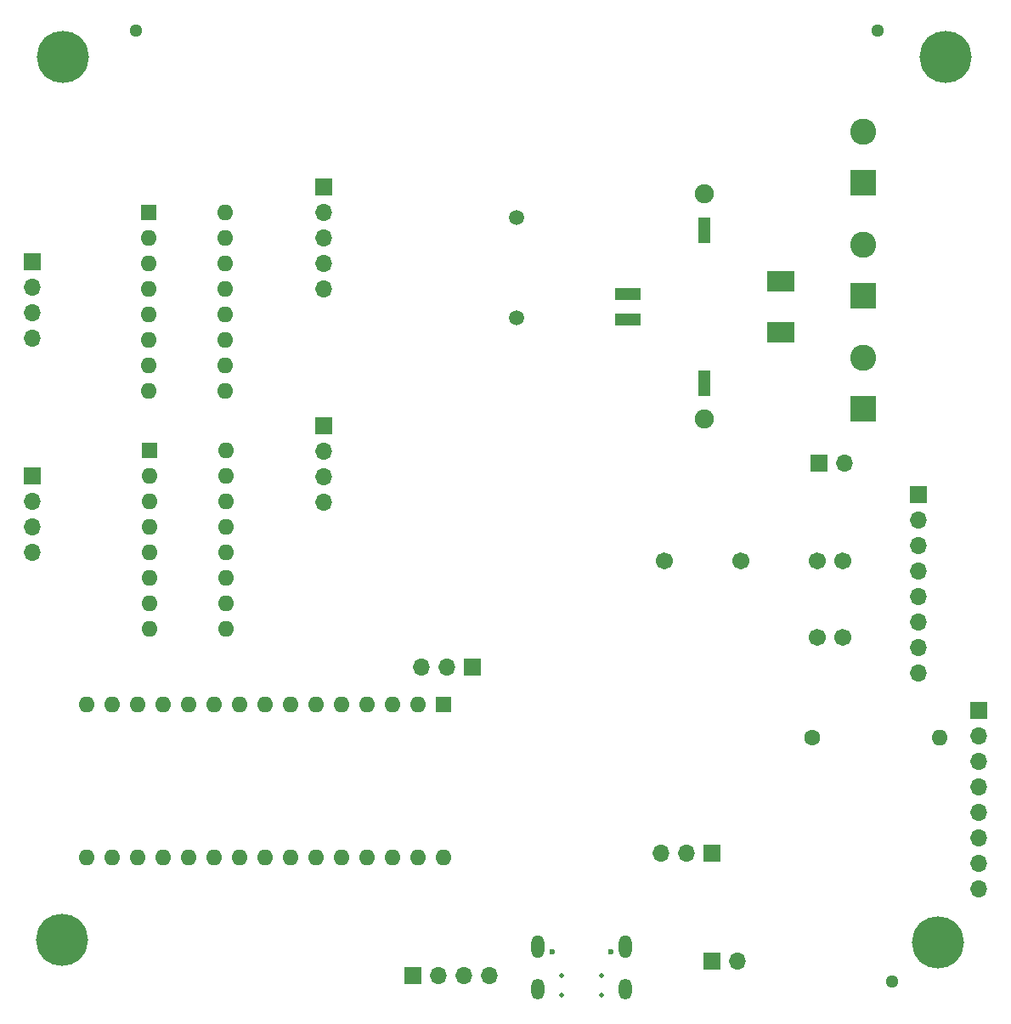
<source format=gbs>
G04 #@! TF.GenerationSoftware,KiCad,Pcbnew,8.0.8*
G04 #@! TF.CreationDate,2026-01-14T14:22:45+11:00*
G04 #@! TF.ProjectId,robotv1,726f626f-7476-4312-9e6b-696361645f70,2*
G04 #@! TF.SameCoordinates,Original*
G04 #@! TF.FileFunction,Soldermask,Bot*
G04 #@! TF.FilePolarity,Negative*
%FSLAX46Y46*%
G04 Gerber Fmt 4.6, Leading zero omitted, Abs format (unit mm)*
G04 Created by KiCad (PCBNEW 8.0.8) date 2026-01-14 14:22:45*
%MOMM*%
%LPD*%
G01*
G04 APERTURE LIST*
%ADD10R,1.700000X1.700000*%
%ADD11O,1.700000X1.700000*%
%ADD12C,0.600000*%
%ADD13O,1.300000X2.300000*%
%ADD14O,1.300000X2.100000*%
%ADD15C,0.500000*%
%ADD16C,1.296000*%
%ADD17R,1.600000X1.600000*%
%ADD18O,1.600000X1.600000*%
%ADD19C,1.512000*%
%ADD20R,2.600000X2.600000*%
%ADD21C,2.600000*%
%ADD22C,5.200000*%
%ADD23C,1.905000*%
%ADD24R,2.794000X2.032000*%
%ADD25R,2.540000X1.270000*%
%ADD26R,1.270000X2.540000*%
%ADD27C,1.600000*%
%ADD28C,1.701800*%
G04 APERTURE END LIST*
D10*
G04 #@! TO.C,J7*
X32695000Y58630000D03*
D11*
X32695000Y56090000D03*
X32695000Y53550000D03*
X32695000Y51010000D03*
G04 #@! TD*
D12*
G04 #@! TO.C,J10*
X55480000Y6190000D03*
X61260000Y6190000D03*
D13*
X54040000Y6710000D03*
D14*
X54040000Y2510000D03*
D15*
X56370000Y3890000D03*
X56370000Y1890000D03*
X60370000Y3890000D03*
X60370000Y1890000D03*
D13*
X62700000Y6710000D03*
D14*
X62700000Y2510000D03*
G04 #@! TD*
D16*
G04 #@! TO.C,H3*
X87845000Y98000000D03*
G04 #@! TD*
D10*
G04 #@! TO.C,J9*
X71395000Y16040000D03*
D11*
X68855000Y16040000D03*
X66315000Y16040000D03*
G04 #@! TD*
D10*
G04 #@! TO.C,J2*
X91945000Y51815000D03*
D11*
X91945000Y49275000D03*
X91945000Y46735000D03*
X91945000Y44195000D03*
X91945000Y41655000D03*
X91945000Y39115000D03*
X91945000Y36575000D03*
X91945000Y34035000D03*
G04 #@! TD*
D10*
G04 #@! TO.C,J5*
X3655000Y53680000D03*
D11*
X3655000Y51140000D03*
X3655000Y48600000D03*
X3655000Y46060000D03*
G04 #@! TD*
D10*
G04 #@! TO.C,J6*
X32695000Y82450000D03*
D11*
X32695000Y79910000D03*
X32695000Y77370000D03*
X32695000Y74830000D03*
X32695000Y72290000D03*
G04 #@! TD*
D17*
G04 #@! TO.C,U2*
X15185000Y79920000D03*
D18*
X15185000Y77380000D03*
X15185000Y74840000D03*
X15185000Y72300000D03*
X15185000Y69760000D03*
X15185000Y67220000D03*
X15185000Y64680000D03*
X15185000Y62140000D03*
X22805000Y62140000D03*
X22805000Y64680000D03*
X22805000Y67220000D03*
X22805000Y69760000D03*
X22805000Y72300000D03*
X22805000Y74840000D03*
X22805000Y77380000D03*
X22805000Y79920000D03*
G04 #@! TD*
D16*
G04 #@! TO.C,H2*
X89320000Y3290000D03*
G04 #@! TD*
D10*
G04 #@! TO.C,J8*
X47475000Y34590000D03*
D11*
X44935000Y34590000D03*
X42395000Y34590000D03*
G04 #@! TD*
D19*
G04 #@! TO.C,S1*
X51845000Y79390000D03*
X51845000Y69390000D03*
G04 #@! TD*
D10*
G04 #@! TO.C,J14*
X97950000Y30265000D03*
D11*
X97950000Y27725000D03*
X97950000Y25185000D03*
X97950000Y22645000D03*
X97950000Y20105000D03*
X97950000Y17565000D03*
X97950000Y15025000D03*
X97950000Y12485000D03*
G04 #@! TD*
D16*
G04 #@! TO.C,H1*
X13970000Y98000000D03*
G04 #@! TD*
D20*
G04 #@! TO.C,J11*
X86400000Y82845000D03*
D21*
X86400000Y87925000D03*
G04 #@! TD*
D17*
G04 #@! TO.C,U3*
X15285000Y56140000D03*
D18*
X15285000Y53600000D03*
X15285000Y51060000D03*
X15285000Y48520000D03*
X15285000Y45980000D03*
X15285000Y43440000D03*
X15285000Y40900000D03*
X15285000Y38360000D03*
X22905000Y38360000D03*
X22905000Y40900000D03*
X22905000Y43440000D03*
X22905000Y45980000D03*
X22905000Y48520000D03*
X22905000Y51060000D03*
X22905000Y53600000D03*
X22905000Y56140000D03*
G04 #@! TD*
D12*
G04 #@! TO.C,H5*
X91875000Y7150000D03*
X92465000Y8560000D03*
X92465000Y5740000D03*
X93875000Y9150000D03*
D22*
X93875000Y7150000D03*
D12*
X93875000Y5150000D03*
X95285000Y8560000D03*
X95285000Y5740000D03*
X95875000Y7150000D03*
G04 #@! TD*
D17*
G04 #@! TO.C,A1*
X44635000Y30890000D03*
D18*
X42095000Y30890000D03*
X39555000Y30890000D03*
X37015000Y30890000D03*
X34475000Y30890000D03*
X31935000Y30890000D03*
X29395000Y30890000D03*
X26855000Y30890000D03*
X24315000Y30890000D03*
X21775000Y30890000D03*
X19235000Y30890000D03*
X16695000Y30890000D03*
X14155000Y30890000D03*
X11615000Y30890000D03*
X9075000Y30890000D03*
X9075000Y15650000D03*
X11615000Y15650000D03*
X14155000Y15650000D03*
X16695000Y15650000D03*
X19235000Y15650000D03*
X21775000Y15650000D03*
X24315000Y15650000D03*
X26855000Y15650000D03*
X29395000Y15650000D03*
X31935000Y15650000D03*
X34475000Y15650000D03*
X37015000Y15650000D03*
X39555000Y15650000D03*
X42095000Y15650000D03*
X44635000Y15650000D03*
G04 #@! TD*
D10*
G04 #@! TO.C,J1*
X3655000Y74970000D03*
D11*
X3655000Y72430000D03*
X3655000Y69890000D03*
X3655000Y67350000D03*
G04 #@! TD*
D20*
G04 #@! TO.C,J12*
X86400000Y71595000D03*
D21*
X86400000Y76675000D03*
G04 #@! TD*
D12*
G04 #@! TO.C,H6*
X92605000Y95400000D03*
X93195000Y96810000D03*
X93195000Y93990000D03*
X94605000Y97400000D03*
D22*
X94605000Y95400000D03*
D12*
X94605000Y93400000D03*
X96015000Y96810000D03*
X96015000Y93990000D03*
X96605000Y95400000D03*
G04 #@! TD*
G04 #@! TO.C,H7*
X4655000Y95375000D03*
X5245000Y96785000D03*
X5245000Y93965000D03*
X6655000Y97375000D03*
D22*
X6655000Y95375000D03*
D12*
X6655000Y93375000D03*
X8065000Y96785000D03*
X8065000Y93965000D03*
X8655000Y95375000D03*
G04 #@! TD*
D23*
G04 #@! TO.C,F1*
X70595000Y81770000D03*
X70595000Y59270000D03*
D24*
X78215000Y67980000D03*
X78215000Y73060000D03*
D25*
X62975000Y69250000D03*
X62975000Y71790000D03*
D26*
X70595000Y62900000D03*
X70595000Y78140000D03*
G04 #@! TD*
D27*
G04 #@! TO.C,R6*
X81325000Y27560000D03*
D18*
X94025000Y27560000D03*
G04 #@! TD*
D12*
G04 #@! TO.C,H4*
X4595000Y7390000D03*
X5185000Y8800000D03*
X5185000Y5980000D03*
X6595000Y9390000D03*
D22*
X6595000Y7390000D03*
D12*
X6595000Y5390000D03*
X8005000Y8800000D03*
X8005000Y5980000D03*
X8595000Y7390000D03*
G04 #@! TD*
D10*
G04 #@! TO.C,J4*
X82055000Y54890000D03*
D11*
X84595000Y54890000D03*
G04 #@! TD*
D10*
G04 #@! TO.C,J15*
X41555000Y3890000D03*
D11*
X44095000Y3890000D03*
X46635000Y3890000D03*
X49175000Y3890000D03*
G04 #@! TD*
D20*
G04 #@! TO.C,J13*
X86400000Y60345000D03*
D21*
X86400000Y65425000D03*
G04 #@! TD*
D10*
G04 #@! TO.C,J3*
X71395000Y5315000D03*
D11*
X73935000Y5315000D03*
G04 #@! TD*
D28*
G04 #@! TO.C,K2*
X84385000Y45140000D03*
X81845000Y45140000D03*
X74225000Y45140000D03*
X66605000Y45140000D03*
X81845000Y37520000D03*
X84385000Y37520000D03*
G04 #@! TD*
M02*

</source>
